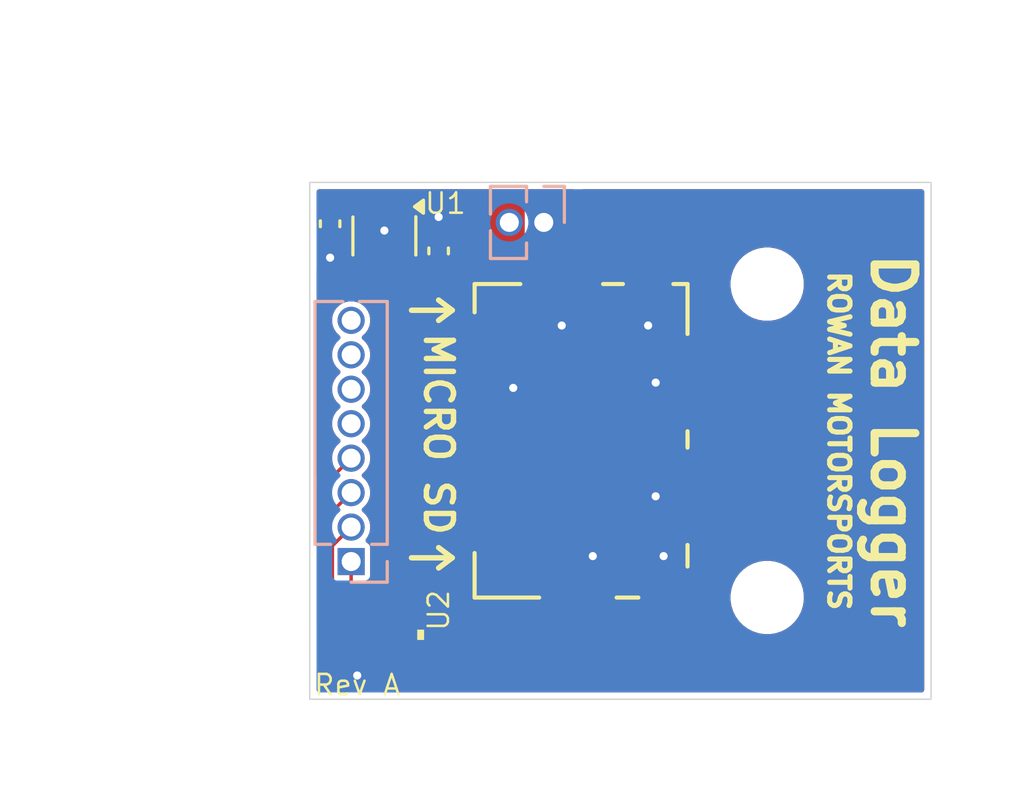
<source format=kicad_pcb>
(kicad_pcb (version 20241229) (generator "pcbnew") (generator_version "9.0")
  (layers (0 "F.Cu" signal) (2 "B.Cu" signal) (13 "F.Paste" user) (15 "B.Paste" user) (5 "F.SilkS" user "F.Silkscreen") (7 "B.SilkS" user "B.Silkscreen") (1 "F.Mask" user) (3 "B.Mask" user) (25 "Edge.Cuts" user))
  (net 0 "")
  (net 1 "+5V")
  (net 2 "GND")
  (net 3 "+3V3")
  (net 4 "/MCU_DO")
  (net 6 "/~{MCU_CS}")
  (net 7 "/MCU_CLK")
  (net 8 "/MCU_DI")
  (net 10 "/SD_DI")
  (net 11 "/SD_CLK")
  (net 12 "/~{SD_CS}")
  (net 13 "/SD_DO")
  (footprint "MountingHole:MountingHole_2.2mm_M2" (layer "F.Cu") (at 120.61 87.025)
    (property "Reference" "REF**" (hide yes))
    (property "Value" "MountingHole_2.2mm_M2")
    (pad "" np_thru_hole circle (at 0 0) (size 2.2 2.2) (drill 2.2) (layers "*.Cu" "*.Mask"))
  )
  (footprint "Capacitor_SMD:C_0402_1005Metric" (layer "F.Cu") (at 104.5 73.25 -90)
    (property "Reference" "C1" (hide yes))
    (property "Value" "1u")
    (fp_line (start -0.107836 0.36) (end 0.107836 0.36) (stroke (width 0.12)) (layer "F.SilkS"))
    (fp_line (start -0.107836 -0.36) (end 0.107836 -0.36) (stroke (width 0.12)) (layer "F.SilkS"))
    (pad "1" smd roundrect (at -0.48 0 270) (size 0.56 0.62) (layers "F.Cu" "F.Mask" "F.Paste") (net 1 "+5V"))
    (pad "2" smd roundrect (at 0.48 0 270) (size 0.56 0.62) (layers "F.Cu" "F.Mask" "F.Paste") (net 2 "GND"))
  )
  (footprint "FXMAR2104UMX:ULTRATHIN_MLP_12L_ONS" (layer "F.Cu") (at 106.25 88.2 -90)
    (property "Reference" "U2" (at -0.7 -2.25 90) (layer "F.SilkS") (effects (font (size 0.75 0.75) (thickness 0.09375))))
    (property "Value" "FXMAR2104UMX")
    (fp_poly (pts (xy 0.0095 -1.4605) (xy 0.0095 -1.7145) (xy 0.3905 -1.7145) (xy 0.3905 -1.4605)) (fill yes) (layer "F.SilkS"))
    (pad "1" smd rect (at -0.8255 -0.2) (size 0.2032 0.762) (layers "F.Cu" "F.Mask" "F.Paste") (net 3 "+3V3"))
    (pad "2" smd rect (at -0.8255 0.2) (size 0.2032 0.762) (layers "F.Cu" "F.Mask" "F.Paste") (net 1 "+5V"))
    (pad "3" smd rect (at -0.599999 0.8255 270) (size 0.2032 0.762) (layers "F.Cu" "F.Mask" "F.Paste") (net 4 "/MCU_DO"))
    (pad "4" smd rect (at -0.2 0.8255 270) (size 0.2032 0.762) (layers "F.Cu" "F.Mask" "F.Paste") (net 7 "/MCU_CLK"))
    (pad "5" smd rect (at 0.2 0.8255 270) (size 0.2032 0.762) (layers "F.Cu" "F.Mask" "F.Paste") (net 8 "/MCU_DI"))
    (pad "6" smd rect (at 0.599999 0.8255 270) (size 0.2032 0.762) (layers "F.Cu" "F.Mask" "F.Paste") (net 6 "/~{MCU_CS}"))
    (pad "7" smd rect (at 0.8255 0.2) (size 0.2032 0.762) (layers "F.Cu" "F.Mask" "F.Paste") (net 2 "GND"))
    (pad "8" smd rect (at 0.8255 -0.2) (size 0.2032 0.762) (layers "F.Cu" "F.Mask" "F.Paste") (net 1 "+5V"))
    (pad "9" smd rect (at 0.599999 -0.8255 270) (size 0.2032 0.762) (layers "F.Cu" "F.Mask" "F.Paste") (net 12 "/~{SD_CS}"))
    (pad "10" smd rect (at 0.2 -0.8255 270) (size 0.2032 0.762) (layers "F.Cu" "F.Mask" "F.Paste") (net 10 "/SD_DI"))
    (pad "11" smd rect (at -0.2 -0.8255 270) (size 0.2032 0.762) (layers "F.Cu" "F.Mask" "F.Paste") (net 11 "/SD_CLK"))
    (pad "12" smd rect (at -0.599999 -0.8255 270) (size 0.2032 0.762) (layers "F.Cu" "F.Mask" "F.Paste") (net 13 "/SD_DO"))
  )
  (footprint "Capacitor_SMD:C_0402_1005Metric" (layer "F.Cu") (at 108.5 74.25 90)
    (property "Reference" "C2" (hide yes))
    (property "Value" "1u")
    (fp_line (start -0.107836 -0.36) (end 0.107836 -0.36) (stroke (width 0.12)) (layer "F.SilkS"))
    (fp_line (start -0.107836 0.36) (end 0.107836 0.36) (stroke (width 0.12)) (layer "F.SilkS"))
    (pad "1" smd roundrect (at -0.48 0 90) (size 0.56 0.62) (layers "F.Cu" "F.Mask" "F.Paste") (net 3 "+3V3"))
    (pad "2" smd roundrect (at 0.48 0 90) (size 0.56 0.62) (layers "F.Cu" "F.Mask" "F.Paste") (net 2 "GND"))
  )
  (footprint "Package_TO_SOT_SMD:SOT-353_SC-70-5" (layer "F.Cu") (at 106.5 73.7 -90)
    (property "Reference" "U1" (at -1.2 -2.25 180) (layer "F.SilkS") (effects (font (size 0.75 0.75) (thickness 0.09375))))
    (property "Value" "MIC5365-3.3YC5-TR")
    (fp_line (start -0.7 1.16) (end 0.7 1.16) (stroke (width 0.12)) (layer "F.SilkS"))
    (fp_line (start -0.71 -1.16) (end 0.7 -1.16) (stroke (width 0.12)) (layer "F.SilkS"))
    (fp_poly (pts (xy -1.08 -1.11) (xy -1.32 -1.44) (xy -0.84 -1.44) (xy -1.08 -1.11)) (stroke (width 0.12)) (fill yes) (layer "F.SilkS"))
    (pad "1" smd roundrect (at -0.95 -0.65 270) (size 0.65 0.4) (layers "F.Cu" "F.Mask" "F.Paste") (net 1 "+5V"))
    (pad "2" smd roundrect (at -0.95 0 270) (size 0.65 0.4) (layers "F.Cu" "F.Mask" "F.Paste") (net 2 "GND"))
    (pad "3" smd roundrect (at -0.95 0.65 270) (size 0.65 0.4) (layers "F.Cu" "F.Mask" "F.Paste") (net 1 "+5V"))
    (pad "4" smd roundrect (at 0.95 0.65 270) (size 0.65 0.4) (layers "F.Cu" "F.Mask" "F.Paste"))
    (pad "5" smd roundrect (at 0.95 -0.65 270) (size 0.65 0.4) (layers "F.Cu" "F.Mask" "F.Paste") (net 3 "+3V3"))
  )
  (footprint "MountingHole:MountingHole_2.2mm_M2" (layer "F.Cu") (at 120.61 75.475)
    (property "Reference" "REF**" (hide yes))
    (property "Value" "MountingHole_2.2mm_M2")
    (pad "" np_thru_hole circle (at 0 0) (size 2.2 2.2) (drill 2.2) (layers "*.Cu" "*.Mask"))
  )
  (footprint "1051620001:105162-0001_MOL" (layer "F.Cu") (at 113.75 81.25 -90)
    (property "Reference" "J3" (hide yes))
    (property "Value" "1051620001")
    (fp_line (start -5.7785 3.9243) (end -4.736739 3.9243) (stroke (width 0.1524)) (layer "F.SilkS"))
    (fp_line (start 4.136741 3.9243) (end 5.7785 3.9243) (stroke (width 0.1524)) (layer "F.SilkS"))
    (fp_line (start 5.7785 3.9243) (end 5.7785 1.5444) (stroke (width 0.1524)) (layer "F.SilkS"))
    (fp_line (start -5.7785 2.239241) (end -5.7785 3.9243) (stroke (width 0.1524)) (layer "F.SilkS"))
    (fp_line (start 5.7785 -1.31114) (end 5.7785 -2.11266) (stroke (width 0.1524)) (layer "F.SilkS"))
    (fp_line (start -5.7785 -1.542659) (end -5.7785 -0.813839) (stroke (width 0.1524)) (layer "F.SilkS"))
    (fp_line (start -5.7785 -3.9243) (end -5.7785 -3.401939) (stroke (width 0.1524)) (layer "F.SilkS"))
    (fp_line (start -3.93824 -3.9243) (end -5.7785 -3.9243) (stroke (width 0.1524)) (layer "F.SilkS"))
    (fp_line (start 0.127 -3.9243) (end -0.127 -3.9243) (stroke (width 0.1524)) (layer "F.SilkS"))
    (fp_line (start 0.25176 -3.9243) (end -0.35176 -3.9243) (stroke (width 0.1524)) (layer "F.SilkS"))
    (fp_line (start 4.632737 -3.9243) (end 3.83824 -3.9243) (stroke (width 0.1524)) (layer "F.SilkS"))
    (pad "1" smd rect (at 3.550001 3.517699 270) (size 0.508 0.9906) (layers "F.Cu" "F.Mask" "F.Paste"))
    (pad "2" smd rect (at 2.45 3.517699 270) (size 0.508 0.9906) (layers "F.Cu" "F.Mask" "F.Paste") (net 12 "/~{SD_CS}"))
    (pad "3" smd rect (at 1.35 3.517699 270) (size 0.508 0.9906) (layers "F.Cu" "F.Mask" "F.Paste") (net 10 "/SD_DI"))
    (pad "4" smd rect (at 0.25 3.517699 270) (size 0.508 0.9906) (layers "F.Cu" "F.Mask" "F.Paste") (net 3 "+3V3"))
    (pad "5" smd rect (at -0.850001 3.517699 270) (size 0.508 0.9906) (layers "F.Cu" "F.Mask" "F.Paste") (net 11 "/SD_CLK"))
    (pad "6" smd rect (at -1.950001 3.517699 270) (size 0.508 0.9906) (layers "F.Cu" "F.Mask" "F.Paste") (net 2 "GND"))
    (pad "7" smd rect (at -3.050002 3.517699 270) (size 0.508 0.9906) (layers "F.Cu" "F.Mask" "F.Paste") (net 13 "/SD_DO"))
    (pad "8" smd rect (at -4.149999 3.517699 270) (size 0.508 0.9906) (layers "F.Cu" "F.Mask" "F.Paste"))
    (pad "9" smd rect (at -5.325001 0.712701 270) (size 1.0414 2.3876) (layers "F.Cu" "F.Mask" "F.Paste") (net 2 "GND"))
    (pad "9" smd rect (at -5.324965 -2.472299 270) (size 1.0414 1.1938) (layers "F.Cu" "F.Mask" "F.Paste") (net 2 "GND"))
    (pad "9" smd rect (at -2.145 -3.7173 270) (size 2.921 0.5588) (layers "F.Cu" "F.Mask" "F.Paste") (net 2 "GND"))
    (pad "9" smd rect (at 2.045 -3.7173 270) (size 2.921 0.5588) (layers "F.Cu" "F.Mask" "F.Paste") (net 2 "GND"))
    (pad "9" smd rect (at 5.31 0.8377 270) (size 0.7112 0.7874) (layers "F.Cu" "F.Mask" "F.Paste") (net 2 "GND"))
    (pad "9" smd rect (at 5.325001 -3.0423 270) (size 1.0414 1.1938) (layers "F.Cu" "F.Mask" "F.Paste") (net 2 "GND"))
    (pad "9" smd rect (at 5.325001 -0.4323 270) (size 1.0414 1.0922) (layers "F.Cu" "F.Mask" "F.Paste") (net 2 "GND"))
  )
  (footprint "Connector_PinSocket_1.27mm:PinSocket_1x02_P1.27mm_Vertical" (layer "B.Cu") (at 112.375 73.2 90)
    (property "Reference" "J2" (hide yes))
    (property "Value" "Conn_01x02")
    (fp_line (start 0.30753 -1.965) (end 1.33 -1.965) (stroke (width 0.12)) (layer "B.SilkS"))
    (fp_line (start -1.33 -1.965) (end -0.30753 -1.965) (stroke (width 0.12)) (layer "B.SilkS"))
    (fp_line (start 1.33 -0.635) (end 1.33 -1.965) (stroke (width 0.12)) (layer "B.SilkS"))
    (fp_line (start 0.76 -0.635) (end 1.33 -0.635) (stroke (width 0.12)) (layer "B.SilkS"))
    (fp_line (start -1.33 -0.635) (end -1.33 -1.965) (stroke (width 0.12)) (layer "B.SilkS"))
    (fp_line (start -1.33 -0.635) (end -0.76 -0.635) (stroke (width 0.12)) (layer "B.SilkS"))
    (fp_line (start 1.33 0.76) (end 1.33 0) (stroke (width 0.12)) (layer "B.SilkS"))
    (fp_line (start 0 0.76) (end 1.33 0.76) (stroke (width 0.12)) (layer "B.SilkS"))
    (pad "1" thru_hole rect (at 0 0 90) (size 1 1) (drill 0.7) (layers "*.Cu" "*.Mask") (net 2 "GND"))
    (pad "2" thru_hole circle (at 0 -1.27 90) (size 1 1) (drill 0.7) (layers "*.Cu" "*.Mask") (net 1 "+5V"))
  )
  (footprint "Connector_PinSocket_1.27mm:PinSocket_1x08_P1.27mm_Vertical" (layer "B.Cu") (at 105.275 85.7)
    (property "Reference" "J1" (hide yes))
    (property "Value" "Conn_01x08")
    (fp_line (start -1.33 -9.585) (end -0.30753 -9.585) (stroke (width 0.12)) (layer "B.SilkS"))
    (fp_line (start -1.33 -0.635) (end -1.33 -9.585) (stroke (width 0.12)) (layer "B.SilkS"))
    (fp_line (start -1.33 -0.635) (end -0.76 -0.635) (stroke (width 0.12)) (layer "B.SilkS"))
    (fp_line (start 0 0.76) (end 1.33 0.76) (stroke (width 0.12)) (layer "B.SilkS"))
    (fp_line (start 0.30753 -9.585) (end 1.33 -9.585) (stroke (width 0.12)) (layer "B.SilkS"))
    (fp_line (start 0.76 -0.635) (end 1.33 -0.635) (stroke (width 0.12)) (layer "B.SilkS"))
    (fp_line (start 1.33 -0.635) (end 1.33 -9.585) (stroke (width 0.12)) (layer "B.SilkS"))
    (fp_line (start 1.33 0.76) (end 1.33 0) (stroke (width 0.12)) (layer "B.SilkS"))
    (pad "1" thru_hole rect (at 0 0) (size 1 1) (drill 0.7) (layers "*.Cu" "*.Mask") (net 4 "/MCU_DO"))
    (pad "2" thru_hole circle (at 0 -1.27) (size 1 1) (drill 0.7) (layers "*.Cu" "*.Mask") (net 7 "/MCU_CLK"))
    (pad "3" thru_hole circle (at 0 -2.54) (size 1 1) (drill 0.7) (layers "*.Cu" "*.Mask") (net 8 "/MCU_DI"))
    (pad "4" thru_hole circle (at 0 -3.81) (size 1 1) (drill 0.7) (layers "*.Cu" "*.Mask") (net 6 "/~{MCU_CS}"))
    (pad "5" thru_hole circle (at 0 -5.08) (size 1 1) (drill 0.7) (layers "*.Cu" "*.Mask"))
    (pad "6" thru_hole circle (at 0 -6.35) (size 1 1) (drill 0.7) (layers "*.Cu" "*.Mask"))
    (pad "7" thru_hole circle (at 0 -7.62) (size 1 1) (drill 0.7) (layers "*.Cu" "*.Mask"))
    (pad "8" thru_hole circle (at 0 -8.89) (size 1 1) (drill 0.7) (layers "*.Cu" "*.Mask"))
  )
  (gr_line (start 109 85.5625) (end 108.5 85.1875) (stroke (width 0.2)) (layer "F.SilkS"))
  (gr_line (start 107.5 85.5625) (end 109 85.5625) (stroke (width 0.2)) (layer "F.SilkS"))
  (gr_line (start 109 76.4375) (end 108.5 76.0625) (stroke (width 0.2)) (layer "F.SilkS"))
  (gr_line (start 109 85.5625) (end 108.5 85.9375) (stroke (width 0.2)) (layer "F.SilkS"))
  (gr_line (start 109 76.4375) (end 108.5 76.8125) (stroke (width 0.2)) (layer "F.SilkS"))
  (gr_line (start 107.5 76.4375) (end 109 76.4375) (stroke (width 0.2)) (layer "F.SilkS"))
  (gr_rect (start 103.75 71.725) (end 126.65 90.775) (stroke (width 0.05)) (fill no) (layer "Edge.Cuts"))
  (gr_text "MICRO SD" (at 108.5 81 270) (layer "F.SilkS") (effects (font (size 1 1) (thickness 0.2) (bold yes))))
  (gr_text "Rev A" (at 105.5 90.25 0) (layer "F.SilkS") (effects (font (size 0.75 0.75) (thickness 0.09375))))
  (gr_text "ROWAN MOTORSPORTS" (at 123.25 81.25 270) (layer "F.SilkS") (effects (font (size 0.75 0.75) (thickness 0.1875) (bold yes))))
  (gr_text "Data Logger" (at 125.25 81.25 270) (layer "F.SilkS") (effects (font (size 1.5 1.5) (thickness 0.3) (bold yes))))
  (segment (start 106.45 88.45) (end 106.45 89.0255) (width 0.2) (layer "F.Cu") (net 1))
  (segment (start 106.05 87.3745) (end 106.05 88.05) (width 0.2) (layer "F.Cu") (net 1))
  (segment (start 106.05 88.05) (end 106.45 88.45) (width 0.2) (layer "F.Cu") (net 1))
  (segment (start 116.222299 77) (end 116.222299 75.925035) (width 0.127) (layer "F.Cu") (net 2))
  (segment (start 114.167299 86.56) (end 114.1823 86.575001) (width 0.127) (layer "F.Cu") (net 2))
  (segment (start 116.5 83.295) (end 117.4673 83.295) (width 0.127) (layer "F.Cu") (net 2))
  (segment (start 111.25 79.299999) (end 110.232301 79.299999) (width 0.25) (layer "F.Cu") (net 2))
  (segment (start 112.9123 86.56) (end 114.167299 86.56) (width 0.127) (layer "F.Cu") (net 2))
  (segment (start 106.5 72.75) (end 106.5 73.5) (width 0.2) (layer "F.Cu") (net 2))
  (segment (start 108.5 73) (end 108.5 73.77) (width 0.2) (layer "F.Cu") (net 2))
  (segment (start 114.1823 85.5) (end 114.1823 86.575001) (width 0.127) (layer "F.Cu") (net 2))
  (segment (start 113.037299 77) (end 113.037299 75.924999) (width 0.127) (layer "F.Cu") (net 2))
  (segment (start 116.5 79.105) (end 117.4673 79.105) (width 0.127) (layer "F.Cu") (net 2))
  (segment (start 106.05 89.35) (end 106.05 89.0255) (width 0.2) (layer "F.Cu") (net 2))
  (segment (start 104.5 74.5) (end 104.5 73.73) (width 0.2) (layer "F.Cu") (net 2))
  (segment (start 116.7923 85.5) (end 116.7923 86.575001) (width 0.127) (layer "F.Cu") (net 2))
  (segment (start 105.5 89.9) (end 106.05 89.35) (width 0.2) (layer "F.Cu") (net 2))
  (via (at 105.5 89.9) (size 0.6) (drill 0.3) (layers "F.Cu" "B.Cu") (net 2))
  (via (at 106.5 73.5) (size 0.6) (drill 0.3) (layers "F.Cu" "B.Cu") (net 2))
  (via (at 113.037299 77) (size 0.6) (drill 0.3) (layers "F.Cu" "B.Cu") (net 2))
  (via (at 116.5 79.105) (size 0.6) (drill 0.3) (layers "F.Cu" "B.Cu") (net 2))
  (via (at 114.1823 85.5) (size 0.6) (drill 0.3) (layers "F.Cu" "B.Cu") (net 2))
  (via (at 116.7923 85.5) (size 0.6) (drill 0.3) (layers "F.Cu" "B.Cu") (net 2))
  (via (at 111.25 79.299999) (size 0.6) (drill 0.3) (layers "F.Cu" "B.Cu") (net 2))
  (via (at 116.222299 77) (size 0.6) (drill 0.3) (layers "F.Cu" "B.Cu") (net 2))
  (via (at 116.5 83.295) (size 0.6) (drill 0.3) (layers "F.Cu" "B.Cu") (net 2))
  (via (at 108.5 73) (size 0.6) (drill 0.3) (layers "F.Cu" "B.Cu") (net 2))
  (via (at 104.5 74.5) (size 0.6) (drill 0.3) (layers "F.Cu" "B.Cu") (net 2))
  (segment (start 105.4245 86.8245) (end 105.275 86.675) (width 0.127) (layer "F.Cu") (net 4))
  (segment (start 105.4245 87.600001) (end 105.4245 86.8245) (width 0.127) (layer "F.Cu") (net 4))
  (segment (start 105.275 86.675) (end 105.275 85.7) (width 0.127) (layer "F.Cu") (net 4))
  (segment (start 104.9165 88.799999) (end 105.4245 88.799999) (width 0.127) (layer "F.Cu") (net 6))
  (segment (start 104.0735 83.0915) (end 104.073501 84.212125) (width 0.127) (layer "F.Cu") (net 6))
  (segment (start 104.073501 84.212125) (end 104.0735 87.956999) (width 0.127) (layer "F.Cu") (net 6))
  (segment (start 105.4 88.824499) (end 105.4245 88.799999) (width 0.127) (layer "F.Cu") (net 6))
  (segment (start 105.275 81.89) (end 104.0735 83.0915) (width 0.127) (layer "F.Cu") (net 6))
  (segment (start 105.4 88.9) (end 105.4 88.824499) (width 0.127) (layer "F.Cu") (net 6))
  (segment (start 104.0735 87.956999) (end 104.9165 88.799999) (width 0.127) (layer "F.Cu") (net 6))
  (segment (start 104.5835 85.1215) (end 104.5835 87.667) (width 0.127) (layer "F.Cu") (net 7))
  (segment (start 104.9165 88) (end 105.4245 88) (width 0.127) (layer "F.Cu") (net 7))
  (segment (start 104.5835 87.667) (end 104.9165 88) (width 0.127) (layer "F.Cu") (net 7))
  (segment (start 105.275 84.43) (end 104.5835 85.1215) (width 0.127) (layer "F.Cu") (net 7))
  (segment (start 104.9165 88.4) (end 104.3285 87.812) (width 0.127) (layer "F.Cu") (net 8))
  (segment (start 105.4245 88.4) (end 104.9165 88.4) (width 0.127) (layer "F.Cu") (net 8))
  (segment (start 104.3285 87.812) (end 104.3285 84.1065) (width 0.127) (layer "F.Cu") (net 8))
  (segment (start 104.3285 84.1065) (end 105.275 83.16) (width 0.127) (layer "F.Cu") (net 8))
  (segment (start 107.5835 88.4) (end 108.759999 87.223501) (width 0.127) (layer "F.Cu") (net 10))
  (segment (start 107.0755 88.4) (end 107.5835 88.4) (width 0.127) (layer "F.Cu") (net 10))
  (segment (start 108.759999 84.072302) (end 110.232301 82.6) (width 0.127) (layer "F.Cu") (net 10))
  (segment (start 108.759999 87.223501) (end 108.759999 84.072302) (width 0.127) (layer "F.Cu") (net 10))
  (segment (start 109.991001 80.399999) (end 108.505 81.886) (width 0.127) (layer "F.Cu") (net 11))
  (segment (start 108.504999 87.105625) (end 107.610624 88) (width 0.127) (layer "F.Cu") (net 11))
  (segment (start 107.610624 88) (end 107.0755 88) (width 0.127) (layer "F.Cu") (net 11))
  (segment (start 108.505 81.886) (end 108.504999 87.105625) (width 0.127) (layer "F.Cu") (net 11))
  (segment (start 110.232301 80.399999) (end 109.991001 80.399999) (width 0.127) (layer "F.Cu") (net 11))
  (segment (start 107.5835 88.799999) (end 107.0755 88.799999) (width 0.127) (layer "F.Cu") (net 12))
  (segment (start 109.991001 83.7) (end 109.014999 84.676002) (width 0.127) (layer "F.Cu") (net 12))
  (segment (start 109.014999 84.676002) (end 109.014998 87.368501) (width 0.127) (layer "F.Cu") (net 12))
  (segment (start 109.014998 87.368501) (end 107.5835 88.799999) (width 0.127) (layer "F.Cu") (net 12))
  (segment (start 110.232301 83.7) (end 109.991001 83.7) (width 0.127) (layer "F.Cu") (net 12))
  (segment (start 107.0755 87.600001) (end 107.649999 87.600001) (width 0.127) (layer "F.Cu") (net 13))
  (segment (start 108.25 87) (end 108.25 80.182299) (width 0.127) (layer "F.Cu") (net 13))
  (segment (start 107.649999 87.600001) (end 108.25 87) (width 0.127) (layer "F.Cu") (net 13))
  (segment (start 108.25 80.182299) (end 110.232301 78.199998) (width 0.127) (layer "F.Cu") (net 13))
  (zone (net 1) (net_name "+5V") (layer "F.Cu") (connect_pads yes (clearance 0.2)) (min_thickness 0.2) (fill yes (thermal_gap 0.5) (thermal_bridge_width 0.5))
    (polygon (pts (xy 113.75 74.75) (xy 109.5 74.75) (xy 109.5 73.7) (xy 106.5 73.7) (xy 106.5 76) (xy 107.5 76) (xy 107.5 86.75) (xy 106.25 86.75) (xy 106.25 91.25) (xy 103.25 91.25) (xy 103.25 71.25) (xy 113.75 71.25)))
  )
  (zone (net 3) (net_name "+3V3") (layer "F.Cu") (priority 1) (connect_pads yes (clearance 0.2)) (min_thickness 0.2) (fill yes (thermal_gap 0.5) (thermal_bridge_width 0.5))
    (polygon (pts (xy 106.25 91.25) (xy 127.25 91.25) (xy 127.25 71.25) (xy 113.75 71.25) (xy 113.75 74.75) (xy 109.5 74.75) (xy 109.5 73.7) (xy 106.5 73.7) (xy 106.5 76) (xy 107.5 76) (xy 107.5 86.75) (xy 106.25 86.75)))
  )
  (zone (net 2) (net_name "GND") (layer "B.Cu") (priority 2) (connect_pads yes (clearance 0.2)) (min_thickness 0.2) (fill yes (thermal_gap 0.5) (thermal_bridge_width 0.5))
    (polygon (pts (xy 103 71) (xy 127.5 71) (xy 127.5 91.5) (xy 103 91.5)))
  )
)
</source>
